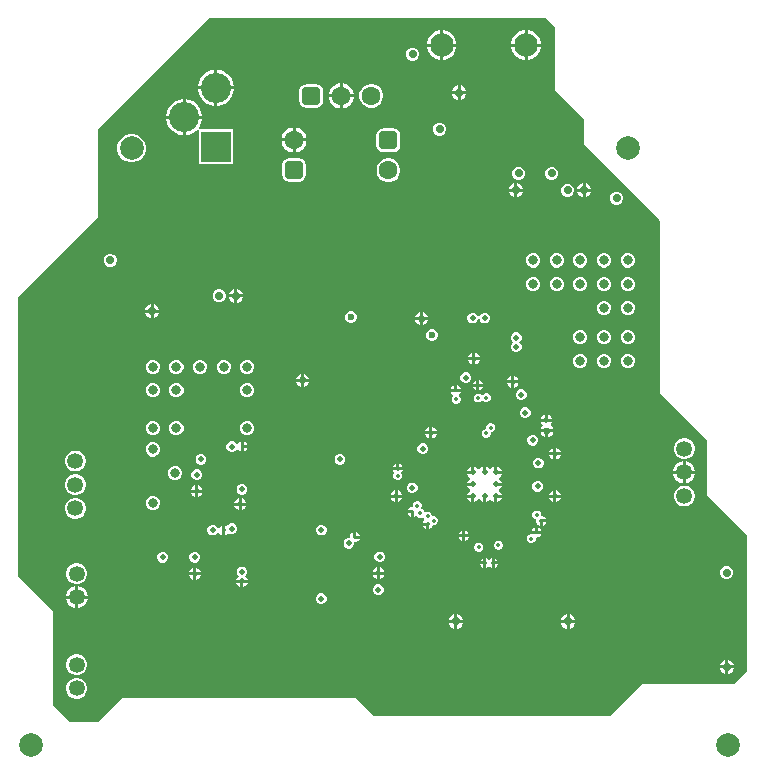
<source format=gbr>
G04*
G04 #@! TF.GenerationSoftware,Altium Limited,Altium Designer,23.8.1 (32)*
G04*
G04 Layer_Physical_Order=3*
G04 Layer_Color=36540*
%FSLAX44Y44*%
%MOMM*%
G71*
G04*
G04 #@! TF.SameCoordinates,B1DDD4D6-6927-4A11-B6FF-346F9E1F7E25*
G04*
G04*
G04 #@! TF.FilePolarity,Positive*
G04*
G01*
G75*
%ADD78C,1.3500*%
%ADD79C,1.9950*%
G04:AMPARAMS|DCode=80|XSize=1.6mm|YSize=1.6mm|CornerRadius=0.4mm|HoleSize=0mm|Usage=FLASHONLY|Rotation=90.000|XOffset=0mm|YOffset=0mm|HoleType=Round|Shape=RoundedRectangle|*
%AMROUNDEDRECTD80*
21,1,1.6000,0.8000,0,0,90.0*
21,1,0.8000,1.6000,0,0,90.0*
1,1,0.8000,0.4000,0.4000*
1,1,0.8000,0.4000,-0.4000*
1,1,0.8000,-0.4000,-0.4000*
1,1,0.8000,-0.4000,0.4000*
%
%ADD80ROUNDEDRECTD80*%
%ADD81C,1.6000*%
%ADD82C,2.0000*%
%ADD83R,2.5500X2.5500*%
%ADD84C,2.5500*%
G04:AMPARAMS|DCode=85|XSize=1.6mm|YSize=1.6mm|CornerRadius=0.4mm|HoleSize=0mm|Usage=FLASHONLY|Rotation=0.000|XOffset=0mm|YOffset=0mm|HoleType=Round|Shape=RoundedRectangle|*
%AMROUNDEDRECTD85*
21,1,1.6000,0.8000,0,0,0.0*
21,1,0.8000,1.6000,0,0,0.0*
1,1,0.8000,0.4000,-0.4000*
1,1,0.8000,-0.4000,-0.4000*
1,1,0.8000,-0.4000,0.4000*
1,1,0.8000,0.4000,0.4000*
%
%ADD85ROUNDEDRECTD85*%
%ADD86C,0.7000*%
%ADD87C,0.8000*%
%ADD88C,0.3500*%
%ADD89C,0.5000*%
%ADD90C,0.6000*%
G36*
X473710Y637540D02*
Y584200D01*
X497840Y560070D01*
Y538306D01*
X562610Y473536D01*
Y327660D01*
X601980Y288290D01*
Y241300D01*
X636270Y207010D01*
Y92710D01*
X624840Y81280D01*
X547370D01*
X520700Y54610D01*
X320040D01*
X304800Y69850D01*
X106680D01*
X86360Y49530D01*
X62230D01*
X48260Y63500D01*
Y143510D01*
X19050Y172720D01*
Y408940D01*
X86360Y476250D01*
Y551180D01*
X180340Y645160D01*
X466090D01*
X473710Y637540D01*
D02*
G37*
%LPC*%
G36*
X450748Y634945D02*
X450370D01*
Y623700D01*
X461615D01*
Y624078D01*
X460762Y627261D01*
X459115Y630114D01*
X456785Y632444D01*
X453931Y634092D01*
X450748Y634945D01*
D02*
G37*
G36*
X379248D02*
X378870D01*
Y623700D01*
X390115D01*
Y624078D01*
X389262Y627261D01*
X387615Y630114D01*
X385285Y632444D01*
X382431Y634092D01*
X379248Y634945D01*
D02*
G37*
G36*
X447830D02*
X447453D01*
X444269Y634092D01*
X441416Y632444D01*
X439086Y630114D01*
X437438Y627261D01*
X436585Y624078D01*
Y623700D01*
X447830D01*
Y634945D01*
D02*
G37*
G36*
X376330D02*
X375952D01*
X372770Y634092D01*
X369916Y632444D01*
X367586Y630114D01*
X365938Y627261D01*
X365085Y624078D01*
Y623700D01*
X376330D01*
Y634945D01*
D02*
G37*
G36*
X461615Y621160D02*
X450370D01*
Y609915D01*
X450748D01*
X453931Y610768D01*
X456785Y612416D01*
X459115Y614746D01*
X460762Y617599D01*
X461615Y620782D01*
Y621160D01*
D02*
G37*
G36*
X447830D02*
X436585D01*
Y620782D01*
X437438Y617599D01*
X439086Y614746D01*
X441416Y612416D01*
X444269Y610768D01*
X447453Y609915D01*
X447830D01*
Y621160D01*
D02*
G37*
G36*
X390115D02*
X378870D01*
Y609915D01*
X379248D01*
X382431Y610768D01*
X385285Y612416D01*
X387615Y614746D01*
X389262Y617599D01*
X390115Y620782D01*
Y621160D01*
D02*
G37*
G36*
X376330D02*
X365085D01*
Y620782D01*
X365938Y617599D01*
X367586Y614746D01*
X369916Y612416D01*
X372770Y610768D01*
X375952Y609915D01*
X376330D01*
Y621160D01*
D02*
G37*
G36*
X354156Y620182D02*
X351968D01*
X349947Y619345D01*
X348400Y617798D01*
X347562Y615776D01*
Y613588D01*
X348400Y611567D01*
X349947Y610019D01*
X351968Y609182D01*
X354156D01*
X356178Y610019D01*
X357725Y611567D01*
X358562Y613588D01*
Y615776D01*
X357725Y617798D01*
X356178Y619345D01*
X354156Y620182D01*
D02*
G37*
G36*
X187956Y601510D02*
X187720D01*
Y587490D01*
X201740D01*
Y587726D01*
X201152Y590680D01*
X200000Y593462D01*
X198327Y595967D01*
X196197Y598096D01*
X193693Y599770D01*
X190910Y600922D01*
X187956Y601510D01*
D02*
G37*
G36*
X185180D02*
X184944D01*
X181990Y600922D01*
X179208Y599770D01*
X176703Y598096D01*
X174574Y595967D01*
X172900Y593462D01*
X171748Y590680D01*
X171160Y587726D01*
Y587490D01*
X185180D01*
Y601510D01*
D02*
G37*
G36*
X393598Y588191D02*
Y583450D01*
X398339D01*
X397448Y585601D01*
X395749Y587300D01*
X393598Y588191D01*
D02*
G37*
G36*
X391058D02*
X388906Y587300D01*
X387207Y585601D01*
X386316Y583450D01*
X391058D01*
Y588191D01*
D02*
G37*
G36*
X293948Y589860D02*
X293830D01*
Y580590D01*
X303100D01*
Y580708D01*
X302382Y583388D01*
X300994Y585792D01*
X299032Y587754D01*
X296628Y589142D01*
X293948Y589860D01*
D02*
G37*
G36*
X291290D02*
X291173D01*
X288492Y589142D01*
X286088Y587754D01*
X284126Y585792D01*
X282738Y583388D01*
X282020Y580708D01*
Y580590D01*
X291290D01*
Y589860D01*
D02*
G37*
G36*
X398339Y580910D02*
X393598D01*
Y576168D01*
X395749Y577060D01*
X397448Y578759D01*
X398339Y580910D01*
D02*
G37*
G36*
X391058D02*
X386316D01*
X387207Y578759D01*
X388906Y577060D01*
X391058Y576168D01*
Y580910D01*
D02*
G37*
G36*
X201740Y584950D02*
X187720D01*
Y570930D01*
X187956D01*
X190910Y571517D01*
X193693Y572670D01*
X196197Y574343D01*
X198327Y576473D01*
X200000Y578977D01*
X201152Y581760D01*
X201740Y584714D01*
Y584950D01*
D02*
G37*
G36*
X185180D02*
X171160D01*
Y584714D01*
X171748Y581760D01*
X172900Y578977D01*
X174574Y576473D01*
X176703Y574343D01*
X179208Y572670D01*
X181990Y571517D01*
X184944Y570930D01*
X185180D01*
Y584950D01*
D02*
G37*
G36*
X319277Y589320D02*
X316644D01*
X314100Y588638D01*
X311820Y587322D01*
X309958Y585460D01*
X308642Y583180D01*
X307960Y580636D01*
Y578003D01*
X308642Y575460D01*
X309958Y573180D01*
X311820Y571318D01*
X314100Y570001D01*
X316644Y569320D01*
X319277D01*
X321820Y570001D01*
X324100Y571318D01*
X325962Y573180D01*
X327279Y575460D01*
X327960Y578003D01*
Y580636D01*
X327279Y583180D01*
X325962Y585460D01*
X324100Y587322D01*
X321820Y588638D01*
X319277Y589320D01*
D02*
G37*
G36*
X271160Y589437D02*
X263160D01*
X260819Y588972D01*
X258834Y587646D01*
X257508Y585661D01*
X257043Y583320D01*
Y575320D01*
X257508Y572979D01*
X258834Y570994D01*
X260819Y569668D01*
X263160Y569202D01*
X271160D01*
X273501Y569668D01*
X275486Y570994D01*
X276812Y572979D01*
X277278Y575320D01*
Y583320D01*
X276812Y585661D01*
X275486Y587646D01*
X273501Y588972D01*
X271160Y589437D01*
D02*
G37*
G36*
X303100Y578050D02*
X293830D01*
Y568780D01*
X293948D01*
X296628Y569498D01*
X299032Y570886D01*
X300994Y572848D01*
X302382Y575252D01*
X303100Y577932D01*
Y578050D01*
D02*
G37*
G36*
X291290D02*
X282020D01*
Y577932D01*
X282738Y575252D01*
X284126Y572848D01*
X286088Y570886D01*
X288492Y569498D01*
X291173Y568780D01*
X291290D01*
Y578050D01*
D02*
G37*
G36*
X160956Y576510D02*
X160720D01*
Y562490D01*
X174740D01*
Y562726D01*
X174153Y565680D01*
X173000Y568462D01*
X171327Y570967D01*
X169197Y573096D01*
X166693Y574770D01*
X163910Y575922D01*
X160956Y576510D01*
D02*
G37*
G36*
X158180D02*
X157944D01*
X154990Y575922D01*
X152208Y574770D01*
X149703Y573096D01*
X147574Y570967D01*
X145900Y568462D01*
X144748Y565680D01*
X144160Y562726D01*
Y562490D01*
X158180D01*
Y576510D01*
D02*
G37*
G36*
Y559950D02*
X144160D01*
Y559714D01*
X144748Y556760D01*
X145900Y553977D01*
X147574Y551473D01*
X149703Y549343D01*
X152208Y547670D01*
X154990Y546517D01*
X157944Y545930D01*
X158180D01*
Y559950D01*
D02*
G37*
G36*
X377016Y556682D02*
X374828D01*
X372807Y555845D01*
X371259Y554298D01*
X370422Y552276D01*
Y550088D01*
X371259Y548067D01*
X372807Y546520D01*
X374828Y545682D01*
X377016D01*
X379038Y546520D01*
X380585Y548067D01*
X381422Y550088D01*
Y552276D01*
X380585Y554298D01*
X379038Y555845D01*
X377016Y556682D01*
D02*
G37*
G36*
X253948Y552560D02*
X253830D01*
Y543290D01*
X263100D01*
Y543408D01*
X262382Y546088D01*
X260994Y548492D01*
X259032Y550454D01*
X256628Y551842D01*
X253948Y552560D01*
D02*
G37*
G36*
X251290D02*
X251173D01*
X248492Y551842D01*
X246088Y550454D01*
X244126Y548492D01*
X242738Y546088D01*
X242020Y543408D01*
Y543290D01*
X251290D01*
Y552560D01*
D02*
G37*
G36*
X336500Y551888D02*
X328500D01*
X326159Y551422D01*
X324174Y550096D01*
X322848Y548111D01*
X322383Y545770D01*
Y537770D01*
X322848Y535429D01*
X324174Y533444D01*
X326159Y532118D01*
X328500Y531652D01*
X336500D01*
X338841Y532118D01*
X340826Y533444D01*
X342152Y535429D01*
X342618Y537770D01*
Y545770D01*
X342152Y548111D01*
X340826Y550096D01*
X338841Y551422D01*
X336500Y551888D01*
D02*
G37*
G36*
X263100Y540750D02*
X253830D01*
Y531480D01*
X253948D01*
X256628Y532198D01*
X259032Y533586D01*
X260994Y535548D01*
X262382Y537952D01*
X263100Y540632D01*
Y540750D01*
D02*
G37*
G36*
X251290D02*
X242020D01*
Y540632D01*
X242738Y537952D01*
X244126Y535548D01*
X246088Y533586D01*
X248492Y532198D01*
X251173Y531480D01*
X251290D01*
Y540750D01*
D02*
G37*
G36*
X116580Y547000D02*
X113420D01*
X110368Y546182D01*
X107632Y544602D01*
X105398Y542368D01*
X103818Y539632D01*
X103000Y536580D01*
Y533420D01*
X103818Y530368D01*
X105398Y527632D01*
X107632Y525398D01*
X110368Y523818D01*
X113420Y523000D01*
X116580D01*
X119632Y523818D01*
X122368Y525398D01*
X124602Y527632D01*
X126182Y530368D01*
X127000Y533420D01*
Y536580D01*
X126182Y539632D01*
X124602Y542368D01*
X122368Y544602D01*
X119632Y546182D01*
X116580Y547000D01*
D02*
G37*
G36*
X174740Y559950D02*
X160720D01*
Y545930D01*
X160956D01*
X163910Y546517D01*
X166693Y547670D01*
X169197Y549343D01*
X170430Y550577D01*
X171700Y550051D01*
Y521470D01*
X201200D01*
Y550970D01*
X172518D01*
X171839Y552240D01*
X173000Y553977D01*
X174153Y556760D01*
X174740Y559714D01*
Y559950D01*
D02*
G37*
G36*
X443916Y519302D02*
X441728D01*
X439707Y518465D01*
X438160Y516918D01*
X437322Y514896D01*
Y512708D01*
X438160Y510687D01*
X439707Y509139D01*
X441728Y508302D01*
X443916D01*
X445938Y509139D01*
X447485Y510687D01*
X448322Y512708D01*
Y514896D01*
X447485Y516918D01*
X445938Y518465D01*
X443916Y519302D01*
D02*
G37*
G36*
X471912Y519298D02*
X469724D01*
X467702Y518461D01*
X466155Y516913D01*
X465318Y514892D01*
Y512704D01*
X466155Y510682D01*
X467702Y509135D01*
X469724Y508298D01*
X471912D01*
X473933Y509135D01*
X475481Y510682D01*
X476318Y512704D01*
Y514892D01*
X475481Y516913D01*
X473933Y518461D01*
X471912Y519298D01*
D02*
G37*
G36*
X256560Y526738D02*
X248560D01*
X246219Y526272D01*
X244234Y524946D01*
X242908Y522961D01*
X242443Y520620D01*
Y512620D01*
X242908Y510279D01*
X244234Y508294D01*
X246219Y506968D01*
X248560Y506502D01*
X256560D01*
X258901Y506968D01*
X260886Y508294D01*
X262212Y510279D01*
X262678Y512620D01*
Y520620D01*
X262212Y522961D01*
X260886Y524946D01*
X258901Y526272D01*
X256560Y526738D01*
D02*
G37*
G36*
X333817Y526370D02*
X331184D01*
X328640Y525688D01*
X326360Y524372D01*
X324498Y522510D01*
X323182Y520230D01*
X322500Y517687D01*
Y515053D01*
X323182Y512510D01*
X324498Y510230D01*
X326360Y508368D01*
X328640Y507051D01*
X331184Y506370D01*
X333817D01*
X336360Y507051D01*
X338640Y508368D01*
X340502Y510230D01*
X341819Y512510D01*
X342500Y515053D01*
Y517687D01*
X341819Y520230D01*
X340502Y522510D01*
X338640Y524372D01*
X336360Y525688D01*
X333817Y526370D01*
D02*
G37*
G36*
X499600Y505522D02*
Y500780D01*
X504342D01*
X503451Y502931D01*
X501752Y504630D01*
X499600Y505522D01*
D02*
G37*
G36*
X497060D02*
X494909Y504630D01*
X493210Y502931D01*
X492318Y500780D01*
X497060D01*
Y505522D01*
D02*
G37*
G36*
X441492Y505519D02*
Y500778D01*
X446234D01*
X445343Y502929D01*
X443644Y504628D01*
X441492Y505519D01*
D02*
G37*
G36*
X438952D02*
X436801Y504628D01*
X435102Y502929D01*
X434211Y500778D01*
X438952D01*
Y505519D01*
D02*
G37*
G36*
X485404Y505010D02*
X483216D01*
X481195Y504173D01*
X479647Y502625D01*
X478810Y500604D01*
Y498416D01*
X479647Y496394D01*
X481195Y494847D01*
X483216Y494010D01*
X485404D01*
X487426Y494847D01*
X488973Y496394D01*
X489810Y498416D01*
Y500604D01*
X488973Y502625D01*
X487426Y504173D01*
X485404Y505010D01*
D02*
G37*
G36*
X504342Y498240D02*
X499600D01*
Y493498D01*
X501752Y494389D01*
X503451Y496088D01*
X504342Y498240D01*
D02*
G37*
G36*
X497060D02*
X492318D01*
X493210Y496088D01*
X494909Y494389D01*
X497060Y493498D01*
Y498240D01*
D02*
G37*
G36*
X446234Y498238D02*
X441492D01*
Y493496D01*
X443644Y494387D01*
X445343Y496086D01*
X446234Y498238D01*
D02*
G37*
G36*
X438952D02*
X434211D01*
X435102Y496086D01*
X436801Y494387D01*
X438952Y493496D01*
Y498238D01*
D02*
G37*
G36*
X526874Y498260D02*
X524686D01*
X522664Y497423D01*
X521117Y495876D01*
X520280Y493854D01*
Y491666D01*
X521117Y489645D01*
X522664Y488097D01*
X524686Y487260D01*
X526874D01*
X528895Y488097D01*
X530443Y489645D01*
X531280Y491666D01*
Y493854D01*
X530443Y495876D01*
X528895Y497423D01*
X526874Y498260D01*
D02*
G37*
G36*
X97984Y445820D02*
X95796D01*
X93775Y444983D01*
X92227Y443435D01*
X91390Y441414D01*
Y439226D01*
X92227Y437205D01*
X93775Y435657D01*
X95796Y434820D01*
X97984D01*
X100006Y435657D01*
X101553Y437205D01*
X102390Y439226D01*
Y441414D01*
X101553Y443435D01*
X100006Y444983D01*
X97984Y445820D01*
D02*
G37*
G36*
X536194Y446000D02*
X533806D01*
X531601Y445087D01*
X529913Y443399D01*
X529000Y441194D01*
Y438806D01*
X529913Y436601D01*
X531601Y434913D01*
X533806Y434000D01*
X536194D01*
X538399Y434913D01*
X540087Y436601D01*
X541000Y438806D01*
Y441194D01*
X540087Y443399D01*
X538399Y445087D01*
X536194Y446000D01*
D02*
G37*
G36*
X516194D02*
X513806D01*
X511601Y445087D01*
X509913Y443399D01*
X509000Y441194D01*
Y438806D01*
X509913Y436601D01*
X511601Y434913D01*
X513806Y434000D01*
X516194D01*
X518399Y434913D01*
X520087Y436601D01*
X521000Y438806D01*
Y441194D01*
X520087Y443399D01*
X518399Y445087D01*
X516194Y446000D01*
D02*
G37*
G36*
X496194D02*
X493806D01*
X491601Y445087D01*
X489913Y443399D01*
X489000Y441194D01*
Y438806D01*
X489913Y436601D01*
X491601Y434913D01*
X493806Y434000D01*
X496194D01*
X498399Y434913D01*
X500087Y436601D01*
X501000Y438806D01*
Y441194D01*
X500087Y443399D01*
X498399Y445087D01*
X496194Y446000D01*
D02*
G37*
G36*
X476194D02*
X473806D01*
X471601Y445087D01*
X469913Y443399D01*
X469000Y441194D01*
Y438806D01*
X469913Y436601D01*
X471601Y434913D01*
X473806Y434000D01*
X476194D01*
X478399Y434913D01*
X480087Y436601D01*
X481000Y438806D01*
Y441194D01*
X480087Y443399D01*
X478399Y445087D01*
X476194Y446000D01*
D02*
G37*
G36*
X456194D02*
X453806D01*
X451601Y445087D01*
X449913Y443399D01*
X449000Y441194D01*
Y438806D01*
X449913Y436601D01*
X451601Y434913D01*
X453806Y434000D01*
X456194D01*
X458399Y434913D01*
X460087Y436601D01*
X461000Y438806D01*
Y441194D01*
X460087Y443399D01*
X458399Y445087D01*
X456194Y446000D01*
D02*
G37*
G36*
X536194Y426000D02*
X533806D01*
X531601Y425087D01*
X529913Y423399D01*
X529000Y421194D01*
Y418806D01*
X529913Y416601D01*
X531601Y414913D01*
X533806Y414000D01*
X536194D01*
X538399Y414913D01*
X540087Y416601D01*
X541000Y418806D01*
Y421194D01*
X540087Y423399D01*
X538399Y425087D01*
X536194Y426000D01*
D02*
G37*
G36*
X516194D02*
X513806D01*
X511601Y425087D01*
X509913Y423399D01*
X509000Y421194D01*
Y418806D01*
X509913Y416601D01*
X511601Y414913D01*
X513806Y414000D01*
X516194D01*
X518399Y414913D01*
X520087Y416601D01*
X521000Y418806D01*
Y421194D01*
X520087Y423399D01*
X518399Y425087D01*
X516194Y426000D01*
D02*
G37*
G36*
X496194D02*
X493806D01*
X491601Y425087D01*
X489913Y423399D01*
X489000Y421194D01*
Y418806D01*
X489913Y416601D01*
X491601Y414913D01*
X493806Y414000D01*
X496194D01*
X498399Y414913D01*
X500087Y416601D01*
X501000Y418806D01*
Y421194D01*
X500087Y423399D01*
X498399Y425087D01*
X496194Y426000D01*
D02*
G37*
G36*
X476194D02*
X473806D01*
X471601Y425087D01*
X469913Y423399D01*
X469000Y421194D01*
Y418806D01*
X469913Y416601D01*
X471601Y414913D01*
X473806Y414000D01*
X476194D01*
X478399Y414913D01*
X480087Y416601D01*
X481000Y418806D01*
Y421194D01*
X480087Y423399D01*
X478399Y425087D01*
X476194Y426000D01*
D02*
G37*
G36*
X456194D02*
X453806D01*
X451601Y425087D01*
X449913Y423399D01*
X449000Y421194D01*
Y418806D01*
X449913Y416601D01*
X451601Y414913D01*
X453806Y414000D01*
X456194D01*
X458399Y414913D01*
X460087Y416601D01*
X461000Y418806D01*
Y421194D01*
X460087Y423399D01*
X458399Y425087D01*
X456194Y426000D01*
D02*
G37*
G36*
X204360Y416031D02*
Y411290D01*
X209102D01*
X208211Y413441D01*
X206511Y415140D01*
X204360Y416031D01*
D02*
G37*
G36*
X201820D02*
X199669Y415140D01*
X197970Y413441D01*
X197078Y411290D01*
X201820D01*
Y416031D01*
D02*
G37*
G36*
X190166Y415518D02*
X187978D01*
X185957Y414680D01*
X184410Y413133D01*
X183572Y411112D01*
Y408924D01*
X184410Y406902D01*
X185957Y405355D01*
X187978Y404518D01*
X190166D01*
X192188Y405355D01*
X193735Y406902D01*
X194572Y408924D01*
Y411112D01*
X193735Y413133D01*
X192188Y414680D01*
X190166Y415518D01*
D02*
G37*
G36*
X209102Y408750D02*
X204360D01*
Y404008D01*
X206511Y404899D01*
X208211Y406599D01*
X209102Y408750D01*
D02*
G37*
G36*
X201820D02*
X197078D01*
X197970Y406599D01*
X199669Y404899D01*
X201820Y404008D01*
Y408750D01*
D02*
G37*
G36*
X133750Y403032D02*
Y398290D01*
X138492D01*
X137601Y400441D01*
X135901Y402140D01*
X133750Y403032D01*
D02*
G37*
G36*
X131210D02*
X129059Y402140D01*
X127360Y400441D01*
X126468Y398290D01*
X131210D01*
Y403032D01*
D02*
G37*
G36*
X536194Y406000D02*
X533806D01*
X531601Y405087D01*
X529913Y403399D01*
X529000Y401194D01*
Y398806D01*
X529913Y396601D01*
X531601Y394913D01*
X533806Y394000D01*
X536194D01*
X538399Y394913D01*
X540087Y396601D01*
X541000Y398806D01*
Y401194D01*
X540087Y403399D01*
X538399Y405087D01*
X536194Y406000D01*
D02*
G37*
G36*
X516194D02*
X513806D01*
X511601Y405087D01*
X509913Y403399D01*
X509000Y401194D01*
Y398806D01*
X509913Y396601D01*
X511601Y394913D01*
X513806Y394000D01*
X516194D01*
X518399Y394913D01*
X520087Y396601D01*
X521000Y398806D01*
Y401194D01*
X520087Y403399D01*
X518399Y405087D01*
X516194Y406000D01*
D02*
G37*
G36*
X414915Y395776D02*
X413125D01*
X411471Y395091D01*
X410205Y393825D01*
X409551Y392246D01*
X409203Y392190D01*
X408281Y392246D01*
X407675Y393709D01*
X406409Y394975D01*
X404755Y395660D01*
X402965D01*
X401311Y394975D01*
X400045Y393709D01*
X399360Y392055D01*
Y390265D01*
X400045Y388611D01*
X401311Y387345D01*
X402965Y386660D01*
X404755D01*
X406409Y387345D01*
X407675Y388611D01*
X408329Y390190D01*
X408677Y390246D01*
X409599Y390190D01*
X410205Y388727D01*
X411471Y387461D01*
X413125Y386776D01*
X414915D01*
X416569Y387461D01*
X417835Y388727D01*
X418520Y390381D01*
Y392171D01*
X417835Y393825D01*
X416569Y395091D01*
X414915Y395776D01*
D02*
G37*
G36*
X361962Y396025D02*
Y391824D01*
X366162D01*
X365388Y393693D01*
X363830Y395251D01*
X361962Y396025D01*
D02*
G37*
G36*
X359422D02*
X357553Y395251D01*
X355995Y393693D01*
X355221Y391824D01*
X359422D01*
Y396025D01*
D02*
G37*
G36*
X138492Y395750D02*
X133750D01*
Y391008D01*
X135901Y391899D01*
X137601Y393599D01*
X138492Y395750D01*
D02*
G37*
G36*
X131210D02*
X126468D01*
X127360Y393599D01*
X129059Y391899D01*
X131210Y391008D01*
Y395750D01*
D02*
G37*
G36*
X301732Y396910D02*
X299743D01*
X297905Y396149D01*
X296498Y394742D01*
X295737Y392905D01*
Y390915D01*
X296498Y389078D01*
X297905Y387671D01*
X299743Y386910D01*
X301732D01*
X303569Y387671D01*
X304976Y389078D01*
X305737Y390915D01*
Y392905D01*
X304976Y394742D01*
X303569Y396149D01*
X301732Y396910D01*
D02*
G37*
G36*
X366162Y389285D02*
X361962D01*
Y385084D01*
X363830Y385858D01*
X365388Y387416D01*
X366162Y389285D01*
D02*
G37*
G36*
X359422D02*
X355221D01*
X355995Y387416D01*
X357553Y385858D01*
X359422Y385084D01*
Y389285D01*
D02*
G37*
G36*
X370325Y381670D02*
X368336D01*
X366498Y380909D01*
X365091Y379502D01*
X364330Y377664D01*
Y375675D01*
X365091Y373838D01*
X366498Y372431D01*
X368336Y371670D01*
X370325D01*
X372162Y372431D01*
X373569Y373838D01*
X374330Y375675D01*
Y377664D01*
X373569Y379502D01*
X372162Y380909D01*
X370325Y381670D01*
D02*
G37*
G36*
X536194Y381000D02*
X533806D01*
X531601Y380087D01*
X529913Y378399D01*
X529000Y376194D01*
Y373806D01*
X529913Y371601D01*
X531601Y369913D01*
X533806Y369000D01*
X536194D01*
X538399Y369913D01*
X540087Y371601D01*
X541000Y373806D01*
Y376194D01*
X540087Y378399D01*
X538399Y380087D01*
X536194Y381000D01*
D02*
G37*
G36*
X516194D02*
X513806D01*
X511601Y380087D01*
X509913Y378399D01*
X509000Y376194D01*
Y373806D01*
X509913Y371601D01*
X511601Y369913D01*
X513806Y369000D01*
X516194D01*
X518399Y369913D01*
X520087Y371601D01*
X521000Y373806D01*
Y376194D01*
X520087Y378399D01*
X518399Y380087D01*
X516194Y381000D01*
D02*
G37*
G36*
X496194D02*
X493806D01*
X491601Y380087D01*
X489913Y378399D01*
X489000Y376194D01*
Y373806D01*
X489913Y371601D01*
X491601Y369913D01*
X493806Y369000D01*
X496194D01*
X498399Y369913D01*
X500087Y371601D01*
X501000Y373806D01*
Y376194D01*
X500087Y378399D01*
X498399Y380087D01*
X496194Y381000D01*
D02*
G37*
G36*
X441585Y379150D02*
X439795D01*
X438141Y378465D01*
X436875Y377199D01*
X436190Y375545D01*
Y373755D01*
X436875Y372101D01*
X438136Y370840D01*
X436875Y369579D01*
X436190Y367925D01*
Y366135D01*
X436875Y364481D01*
X438141Y363215D01*
X439795Y362530D01*
X441585D01*
X443239Y363215D01*
X444505Y364481D01*
X445190Y366135D01*
Y367925D01*
X444505Y369579D01*
X443244Y370840D01*
X444505Y372101D01*
X445190Y373755D01*
Y375545D01*
X444505Y377199D01*
X443239Y378465D01*
X441585Y379150D01*
D02*
G37*
G36*
X406160Y361929D02*
Y358270D01*
X409819D01*
X409163Y359855D01*
X407745Y361273D01*
X406160Y361929D01*
D02*
G37*
G36*
X403620D02*
X402035Y361273D01*
X400617Y359855D01*
X399961Y358270D01*
X403620D01*
Y361929D01*
D02*
G37*
G36*
X409819Y355730D02*
X406160D01*
Y352071D01*
X407745Y352727D01*
X409163Y354145D01*
X409819Y355730D01*
D02*
G37*
G36*
X403620D02*
X399961D01*
X400617Y354145D01*
X402035Y352727D01*
X403620Y352071D01*
Y355730D01*
D02*
G37*
G36*
X536194Y361000D02*
X533806D01*
X531601Y360087D01*
X529913Y358399D01*
X529000Y356194D01*
Y353806D01*
X529913Y351601D01*
X531601Y349913D01*
X533806Y349000D01*
X536194D01*
X538399Y349913D01*
X540087Y351601D01*
X541000Y353806D01*
Y356194D01*
X540087Y358399D01*
X538399Y360087D01*
X536194Y361000D01*
D02*
G37*
G36*
X516194D02*
X513806D01*
X511601Y360087D01*
X509913Y358399D01*
X509000Y356194D01*
Y353806D01*
X509913Y351601D01*
X511601Y349913D01*
X513806Y349000D01*
X516194D01*
X518399Y349913D01*
X520087Y351601D01*
X521000Y353806D01*
Y356194D01*
X520087Y358399D01*
X518399Y360087D01*
X516194Y361000D01*
D02*
G37*
G36*
X496194D02*
X493806D01*
X491601Y360087D01*
X489913Y358399D01*
X489000Y356194D01*
Y353806D01*
X489913Y351601D01*
X491601Y349913D01*
X493806Y349000D01*
X496194D01*
X498399Y349913D01*
X500087Y351601D01*
X501000Y353806D01*
Y356194D01*
X500087Y358399D01*
X498399Y360087D01*
X496194Y361000D01*
D02*
G37*
G36*
X214193Y356000D02*
X211807D01*
X209601Y355087D01*
X207913Y353399D01*
X207000Y351194D01*
Y348806D01*
X207913Y346601D01*
X209601Y344913D01*
X211807Y344000D01*
X214193D01*
X216399Y344913D01*
X218087Y346601D01*
X219000Y348806D01*
Y351194D01*
X218087Y353399D01*
X216399Y355087D01*
X214193Y356000D01*
D02*
G37*
G36*
X194193D02*
X191807D01*
X189601Y355087D01*
X187913Y353399D01*
X187000Y351194D01*
Y348806D01*
X187913Y346601D01*
X189601Y344913D01*
X191807Y344000D01*
X194193D01*
X196399Y344913D01*
X198086Y346601D01*
X199000Y348806D01*
Y351194D01*
X198086Y353399D01*
X196399Y355087D01*
X194193Y356000D01*
D02*
G37*
G36*
X174193D02*
X171807D01*
X169601Y355087D01*
X167913Y353399D01*
X167000Y351194D01*
Y348806D01*
X167913Y346601D01*
X169601Y344913D01*
X171807Y344000D01*
X174193D01*
X176399Y344913D01*
X178087Y346601D01*
X179000Y348806D01*
Y351194D01*
X178087Y353399D01*
X176399Y355087D01*
X174193Y356000D01*
D02*
G37*
G36*
X154193D02*
X151806D01*
X149601Y355087D01*
X147913Y353399D01*
X147000Y351194D01*
Y348806D01*
X147913Y346601D01*
X149601Y344913D01*
X151806Y344000D01*
X154193D01*
X156399Y344913D01*
X158087Y346601D01*
X159000Y348806D01*
Y351194D01*
X158087Y353399D01*
X156399Y355087D01*
X154193Y356000D01*
D02*
G37*
G36*
X134193D02*
X131806D01*
X129601Y355087D01*
X127913Y353399D01*
X127000Y351194D01*
Y348806D01*
X127913Y346601D01*
X129601Y344913D01*
X131806Y344000D01*
X134193D01*
X136399Y344913D01*
X138087Y346601D01*
X139000Y348806D01*
Y351194D01*
X138087Y353399D01*
X136399Y355087D01*
X134193Y356000D01*
D02*
G37*
G36*
X261243Y344040D02*
Y339840D01*
X265444D01*
X264670Y341708D01*
X263111Y343266D01*
X261243Y344040D01*
D02*
G37*
G36*
X258703D02*
X256835Y343266D01*
X255277Y341708D01*
X254503Y339840D01*
X258703D01*
Y344040D01*
D02*
G37*
G36*
X438890Y342279D02*
Y338620D01*
X442549D01*
X441893Y340205D01*
X440475Y341623D01*
X438890Y342279D01*
D02*
G37*
G36*
X436350D02*
X434765Y341623D01*
X433347Y340205D01*
X432691Y338620D01*
X436350D01*
Y342279D01*
D02*
G37*
G36*
X398785Y345300D02*
X396995D01*
X395341Y344615D01*
X394075Y343349D01*
X393390Y341695D01*
Y339905D01*
X394075Y338251D01*
X395341Y336985D01*
X396995Y336300D01*
X398785D01*
X400439Y336985D01*
X401705Y338251D01*
X402390Y339905D01*
Y341695D01*
X401705Y343349D01*
X400439Y344615D01*
X398785Y345300D01*
D02*
G37*
G36*
X409509Y338405D02*
Y335558D01*
X412356D01*
X411876Y336718D01*
X410669Y337924D01*
X409509Y338405D01*
D02*
G37*
G36*
X406969D02*
X405809Y337924D01*
X404602Y336718D01*
X404121Y335558D01*
X406969D01*
Y338405D01*
D02*
G37*
G36*
X265444Y337300D02*
X261243D01*
Y333100D01*
X263111Y333873D01*
X264670Y335432D01*
X265444Y337300D01*
D02*
G37*
G36*
X258703D02*
X254503D01*
X255277Y335432D01*
X256835Y333873D01*
X258703Y333100D01*
Y337300D01*
D02*
G37*
G36*
X442549Y336080D02*
X438890D01*
Y332421D01*
X440475Y333077D01*
X441893Y334495D01*
X442549Y336080D01*
D02*
G37*
G36*
X436350D02*
X432691D01*
X433347Y334495D01*
X434765Y333077D01*
X436350Y332421D01*
Y336080D01*
D02*
G37*
G36*
X390710Y334257D02*
Y331410D01*
X393557D01*
X393077Y332570D01*
X391870Y333777D01*
X390710Y334257D01*
D02*
G37*
G36*
X388170D02*
X387010Y333777D01*
X385803Y332570D01*
X385323Y331410D01*
X388170D01*
Y334257D01*
D02*
G37*
G36*
X412356Y333018D02*
X409509D01*
Y330170D01*
X410669Y330651D01*
X411876Y331858D01*
X412356Y333018D01*
D02*
G37*
G36*
X406969D02*
X404121D01*
X404602Y331858D01*
X405809Y330651D01*
X406969Y330170D01*
Y333018D01*
D02*
G37*
G36*
X416036Y327600D02*
X414544D01*
X413166Y327029D01*
X412565Y326428D01*
X412056Y325994D01*
X410919Y326415D01*
X410614Y326719D01*
X409236Y327290D01*
X407744D01*
X406366Y326719D01*
X405311Y325664D01*
X404740Y324286D01*
Y322794D01*
X405311Y321416D01*
X406366Y320361D01*
X407744Y319790D01*
X409236D01*
X410614Y320361D01*
X411215Y320962D01*
X411724Y321396D01*
X412861Y320975D01*
X413166Y320671D01*
X414544Y320100D01*
X416036D01*
X417414Y320671D01*
X418469Y321726D01*
X419040Y323104D01*
Y324596D01*
X418469Y325974D01*
X417414Y327029D01*
X416036Y327600D01*
D02*
G37*
G36*
X214193Y336000D02*
X211807D01*
X209601Y335087D01*
X207913Y333399D01*
X207000Y331194D01*
Y328806D01*
X207913Y326601D01*
X209601Y324913D01*
X211807Y324000D01*
X214193D01*
X216399Y324913D01*
X218087Y326601D01*
X219000Y328806D01*
Y331194D01*
X218087Y333399D01*
X216399Y335087D01*
X214193Y336000D01*
D02*
G37*
G36*
X154193D02*
X151806D01*
X149601Y335087D01*
X147913Y333399D01*
X147000Y331194D01*
Y328806D01*
X147913Y326601D01*
X149601Y324913D01*
X151806Y324000D01*
X154193D01*
X156399Y324913D01*
X158087Y326601D01*
X159000Y328806D01*
Y331194D01*
X158087Y333399D01*
X156399Y335087D01*
X154193Y336000D01*
D02*
G37*
G36*
X134193D02*
X131806D01*
X129601Y335087D01*
X127913Y333399D01*
X127000Y331194D01*
Y328806D01*
X127913Y326601D01*
X129601Y324913D01*
X131806Y324000D01*
X134193D01*
X136399Y324913D01*
X138087Y326601D01*
X139000Y328806D01*
Y331194D01*
X138087Y333399D01*
X136399Y335087D01*
X134193Y336000D01*
D02*
G37*
G36*
X445938Y330771D02*
X444148D01*
X442494Y330086D01*
X441228Y328820D01*
X440543Y327166D01*
Y325376D01*
X441228Y323722D01*
X442494Y322456D01*
X444148Y321771D01*
X445938D01*
X447592Y322456D01*
X448858Y323722D01*
X449543Y325376D01*
Y327166D01*
X448858Y328820D01*
X447592Y330086D01*
X445938Y330771D01*
D02*
G37*
G36*
X393557Y328870D02*
X385323D01*
X385803Y327710D01*
X387010Y326503D01*
X387099Y325092D01*
X386711Y324704D01*
X386140Y323326D01*
Y321834D01*
X386711Y320456D01*
X387766Y319401D01*
X389144Y318830D01*
X390636D01*
X392014Y319401D01*
X393069Y320456D01*
X393640Y321834D01*
Y323326D01*
X393069Y324704D01*
X392400Y325373D01*
X392091Y326033D01*
X392358Y326991D01*
X393077Y327710D01*
X393557Y328870D01*
D02*
G37*
G36*
X449205Y315650D02*
X447415D01*
X445761Y314965D01*
X444495Y313699D01*
X443810Y312045D01*
Y310255D01*
X444495Y308601D01*
X445761Y307335D01*
X447415Y306650D01*
X449205D01*
X450859Y307335D01*
X452125Y308601D01*
X452810Y310255D01*
Y312045D01*
X452125Y313699D01*
X450859Y314965D01*
X449205Y315650D01*
D02*
G37*
G36*
X467450Y309439D02*
Y305780D01*
X471109D01*
X470453Y307365D01*
X469035Y308783D01*
X467450Y309439D01*
D02*
G37*
G36*
X464910D02*
X463325Y308783D01*
X461907Y307365D01*
X461251Y305780D01*
X464910D01*
Y309439D01*
D02*
G37*
G36*
X471109Y303240D02*
X461251D01*
X461907Y301655D01*
X463269Y300294D01*
X462023Y299048D01*
X461250Y297180D01*
X472190D01*
X471417Y299048D01*
X469858Y300607D01*
X470423Y301606D01*
X470453Y301655D01*
X470453Y301655D01*
X471109Y303240D01*
D02*
G37*
G36*
X369620Y299189D02*
Y295530D01*
X373279D01*
X372623Y297115D01*
X371205Y298533D01*
X369620Y299189D01*
D02*
G37*
G36*
X367080D02*
X365495Y298533D01*
X364077Y297115D01*
X363421Y295530D01*
X367080D01*
Y299189D01*
D02*
G37*
G36*
X214193Y304000D02*
X211807D01*
X209601Y303086D01*
X207913Y301399D01*
X207000Y299193D01*
Y296807D01*
X207913Y294601D01*
X209601Y292913D01*
X211807Y292000D01*
X214193D01*
X216399Y292913D01*
X218087Y294601D01*
X219000Y296807D01*
Y299193D01*
X218087Y301399D01*
X216399Y303086D01*
X214193Y304000D01*
D02*
G37*
G36*
X154193D02*
X151806D01*
X149601Y303086D01*
X147913Y301399D01*
X147000Y299193D01*
Y296807D01*
X147913Y294601D01*
X149601Y292913D01*
X151806Y292000D01*
X154193D01*
X156399Y292913D01*
X158087Y294601D01*
X159000Y296807D01*
Y299193D01*
X158087Y301399D01*
X156399Y303086D01*
X154193Y304000D01*
D02*
G37*
G36*
X134193D02*
X131806D01*
X129601Y303086D01*
X127913Y301399D01*
X127000Y299193D01*
Y296807D01*
X127913Y294601D01*
X129601Y292913D01*
X131806Y292000D01*
X134193D01*
X136399Y292913D01*
X138087Y294601D01*
X139000Y296807D01*
Y299193D01*
X138087Y301399D01*
X136399Y303086D01*
X134193Y304000D01*
D02*
G37*
G36*
X472190Y294640D02*
X467990D01*
Y290440D01*
X469858Y291213D01*
X471417Y292772D01*
X472190Y294640D01*
D02*
G37*
G36*
X465450D02*
X461250D01*
X462023Y292772D01*
X463582Y291213D01*
X465450Y290440D01*
Y294640D01*
D02*
G37*
G36*
X419926Y302200D02*
X418434D01*
X417056Y301629D01*
X416001Y300574D01*
X415430Y299196D01*
Y297704D01*
X415250Y297435D01*
X414500D01*
X413121Y296864D01*
X412067Y295809D01*
X411496Y294431D01*
Y292939D01*
X412067Y291561D01*
X413121Y290506D01*
X414500Y289935D01*
X415992D01*
X417370Y290506D01*
X418425Y291561D01*
X418996Y292939D01*
Y294431D01*
X419175Y294700D01*
X419926D01*
X421304Y295271D01*
X422359Y296326D01*
X422930Y297704D01*
Y299196D01*
X422359Y300574D01*
X421304Y301629D01*
X419926Y302200D01*
D02*
G37*
G36*
X373279Y292990D02*
X369620D01*
Y289331D01*
X371205Y289987D01*
X372623Y291405D01*
X373279Y292990D01*
D02*
G37*
G36*
X367080D02*
X363421D01*
X364077Y291405D01*
X365495Y289987D01*
X367080Y289331D01*
Y292990D01*
D02*
G37*
G36*
X210230Y286843D02*
Y283995D01*
X213078D01*
X212597Y285155D01*
X211390Y286362D01*
X210230Y286843D01*
D02*
G37*
G36*
X455480Y292282D02*
X453689D01*
X452035Y291597D01*
X450770Y290331D01*
X450084Y288678D01*
Y286887D01*
X450770Y285233D01*
X452035Y283967D01*
X453689Y283282D01*
X455480D01*
X457134Y283967D01*
X458399Y285233D01*
X459085Y286887D01*
Y288678D01*
X458399Y290331D01*
X457134Y291597D01*
X455480Y292282D01*
D02*
G37*
G36*
X213078Y281455D02*
X210230D01*
Y278608D01*
X211390Y279088D01*
X212597Y280295D01*
X213078Y281455D01*
D02*
G37*
G36*
X200655Y286900D02*
X198865D01*
X197211Y286215D01*
X195945Y284949D01*
X195260Y283295D01*
Y281505D01*
X195945Y279851D01*
X197211Y278585D01*
X198865Y277900D01*
X200655D01*
X202309Y278585D01*
X203575Y279851D01*
X203854Y280525D01*
X205229D01*
X205324Y280295D01*
X206530Y279088D01*
X207690Y278608D01*
Y282725D01*
Y286843D01*
X206530Y286362D01*
X205324Y285155D01*
X205094Y284601D01*
X203719D01*
X203575Y284949D01*
X202309Y286215D01*
X200655Y286900D01*
D02*
G37*
G36*
X474740Y281439D02*
Y277780D01*
X478399D01*
X477743Y279365D01*
X476325Y280783D01*
X474740Y281439D01*
D02*
G37*
G36*
X472200D02*
X470615Y280783D01*
X469197Y279365D01*
X468541Y277780D01*
X472200D01*
Y281439D01*
D02*
G37*
G36*
X362415Y285160D02*
X360624D01*
X358970Y284475D01*
X357705Y283209D01*
X357020Y281555D01*
Y279765D01*
X357705Y278111D01*
X358970Y276845D01*
X360624Y276160D01*
X362415D01*
X364068Y276845D01*
X365334Y278111D01*
X366019Y279765D01*
Y281555D01*
X365334Y283209D01*
X364068Y284475D01*
X362415Y285160D01*
D02*
G37*
G36*
X134193Y286000D02*
X131806D01*
X129601Y285087D01*
X127913Y283399D01*
X127000Y281194D01*
Y278806D01*
X127913Y276601D01*
X129601Y274913D01*
X131806Y274000D01*
X134193D01*
X136399Y274913D01*
X138087Y276601D01*
X139000Y278806D01*
Y281194D01*
X138087Y283399D01*
X136399Y285087D01*
X134193Y286000D01*
D02*
G37*
G36*
X584082Y289420D02*
X581778D01*
X579553Y288824D01*
X577557Y287672D01*
X575928Y286043D01*
X574776Y284047D01*
X574180Y281822D01*
Y279518D01*
X574776Y277293D01*
X575928Y275297D01*
X577557Y273668D01*
X579553Y272516D01*
X581778Y271920D01*
X584082D01*
X586307Y272516D01*
X588303Y273668D01*
X589932Y275297D01*
X591084Y277293D01*
X591680Y279518D01*
Y281822D01*
X591084Y284047D01*
X589932Y286043D01*
X588303Y287672D01*
X586307Y288824D01*
X584082Y289420D01*
D02*
G37*
G36*
X478399Y275240D02*
X474740D01*
Y271581D01*
X476325Y272237D01*
X477743Y273655D01*
X478399Y275240D01*
D02*
G37*
G36*
X472200D02*
X468541D01*
X469197Y273655D01*
X470615Y272237D01*
X472200Y271581D01*
Y275240D01*
D02*
G37*
G36*
X292285Y275990D02*
X290495D01*
X288841Y275305D01*
X287575Y274039D01*
X286890Y272385D01*
Y270595D01*
X287575Y268941D01*
X288841Y267675D01*
X290495Y266990D01*
X292285D01*
X293939Y267675D01*
X295205Y268941D01*
X295890Y270595D01*
Y272385D01*
X295205Y274039D01*
X293939Y275305D01*
X292285Y275990D01*
D02*
G37*
G36*
X174655D02*
X172865D01*
X171211Y275305D01*
X169945Y274039D01*
X169260Y272385D01*
Y270595D01*
X169945Y268941D01*
X171211Y267675D01*
X172865Y266990D01*
X174655D01*
X176309Y267675D01*
X177575Y268941D01*
X178260Y270595D01*
Y272385D01*
X177575Y274039D01*
X176309Y275305D01*
X174655Y275990D01*
D02*
G37*
G36*
X341580Y267952D02*
Y265105D01*
X344427D01*
X343946Y266265D01*
X342740Y267472D01*
X341580Y267952D01*
D02*
G37*
G36*
X339040D02*
X337879Y267472D01*
X336673Y266265D01*
X336192Y265105D01*
X339040D01*
Y267952D01*
D02*
G37*
G36*
X460177Y272885D02*
X458387D01*
X456733Y272200D01*
X455467Y270934D01*
X454782Y269280D01*
Y267490D01*
X455467Y265836D01*
X456733Y264570D01*
X458387Y263885D01*
X460177D01*
X461831Y264570D01*
X463097Y265836D01*
X463782Y267490D01*
Y269280D01*
X463097Y270934D01*
X461831Y272200D01*
X460177Y272885D01*
D02*
G37*
G36*
X422080Y265439D02*
X420495Y264783D01*
X419495Y263782D01*
X418685Y263501D01*
X417876Y263782D01*
X416875Y264783D01*
X415290Y265439D01*
Y260510D01*
X412750D01*
Y265439D01*
X411165Y264783D01*
X409747Y263365D01*
X409655Y263142D01*
X408385D01*
X408293Y263365D01*
X406875Y264783D01*
X405290Y265439D01*
Y260510D01*
X404020D01*
Y259240D01*
X399091D01*
X399747Y257655D01*
X401165Y256237D01*
X401388Y256145D01*
Y254875D01*
X401165Y254783D01*
X399747Y253365D01*
X399091Y251780D01*
X404020D01*
Y249240D01*
X399091D01*
X399747Y247655D01*
X401165Y246237D01*
X401388Y246145D01*
Y244875D01*
X401165Y244783D01*
X399747Y243365D01*
X399091Y241780D01*
X404020D01*
Y240510D01*
X405290D01*
Y235581D01*
X406875Y236237D01*
X408293Y237655D01*
X408385Y237878D01*
X409655D01*
X409747Y237655D01*
X411165Y236237D01*
X412750Y235581D01*
Y240510D01*
X415290D01*
Y235581D01*
X416875Y236237D01*
X417876Y237238D01*
X418685Y237519D01*
X419495Y237238D01*
X420495Y236237D01*
X422080Y235581D01*
Y240510D01*
X423350D01*
Y241780D01*
X428279D01*
X427623Y243365D01*
X426205Y244783D01*
X425982Y244875D01*
Y246145D01*
X426205Y246237D01*
X427623Y247655D01*
X428279Y249240D01*
X423350D01*
Y251780D01*
X428279D01*
X427623Y253365D01*
X426205Y254783D01*
X425982Y254875D01*
Y256145D01*
X426205Y256237D01*
X427623Y257655D01*
X428279Y259240D01*
X423350D01*
Y260510D01*
X422080D01*
Y265439D01*
D02*
G37*
G36*
X584200Y269947D02*
Y261940D01*
X592207D01*
X591587Y264256D01*
X590364Y266374D01*
X588634Y268104D01*
X586516Y269327D01*
X584200Y269947D01*
D02*
G37*
G36*
X581660D02*
X579344Y269327D01*
X577226Y268104D01*
X575496Y266374D01*
X574273Y264256D01*
X573653Y261940D01*
X581660D01*
Y269947D01*
D02*
G37*
G36*
X424620Y265439D02*
Y261780D01*
X428279D01*
X427623Y263365D01*
X426205Y264783D01*
X424620Y265439D01*
D02*
G37*
G36*
X402750D02*
X401165Y264783D01*
X399747Y263365D01*
X399091Y261780D01*
X402750D01*
Y265439D01*
D02*
G37*
G36*
X68462Y278940D02*
X66158D01*
X63933Y278344D01*
X61937Y277192D01*
X60308Y275563D01*
X59156Y273567D01*
X58560Y271342D01*
Y269038D01*
X59156Y266813D01*
X60308Y264817D01*
X61937Y263188D01*
X63933Y262036D01*
X66158Y261440D01*
X68462D01*
X70687Y262036D01*
X72683Y263188D01*
X74312Y264817D01*
X75464Y266813D01*
X76060Y269038D01*
Y271342D01*
X75464Y273567D01*
X74312Y275563D01*
X72683Y277192D01*
X70687Y278344D01*
X68462Y278940D01*
D02*
G37*
G36*
X344427Y262565D02*
X336192D01*
X336673Y261404D01*
X337662Y260415D01*
X337181Y259934D01*
X336610Y258556D01*
Y257064D01*
X337181Y255686D01*
X338236Y254631D01*
X339614Y254060D01*
X341106D01*
X342484Y254631D01*
X343539Y255686D01*
X344110Y257064D01*
Y258556D01*
X343539Y259934D01*
X343008Y260466D01*
X343946Y261404D01*
X344427Y262565D01*
D02*
G37*
G36*
X170995Y263060D02*
X169205D01*
X167551Y262375D01*
X166285Y261109D01*
X165600Y259455D01*
Y257665D01*
X166285Y256011D01*
X167551Y254745D01*
X169205Y254060D01*
X170995D01*
X172649Y254745D01*
X173915Y256011D01*
X174600Y257665D01*
Y259455D01*
X173915Y261109D01*
X172649Y262375D01*
X170995Y263060D01*
D02*
G37*
G36*
X153194Y266000D02*
X150807D01*
X148601Y265086D01*
X146913Y263399D01*
X146000Y261194D01*
Y258806D01*
X146913Y256601D01*
X148601Y254913D01*
X150807Y254000D01*
X153194D01*
X155399Y254913D01*
X157087Y256601D01*
X158000Y258806D01*
Y261194D01*
X157087Y263399D01*
X155399Y265086D01*
X153194Y266000D01*
D02*
G37*
G36*
X592207Y259400D02*
X584200D01*
Y251393D01*
X586516Y252013D01*
X588634Y253236D01*
X590364Y254966D01*
X591587Y257084D01*
X592207Y259400D01*
D02*
G37*
G36*
X581660D02*
X573653D01*
X574273Y257084D01*
X575496Y254966D01*
X577226Y253236D01*
X579344Y252013D01*
X581660Y251393D01*
Y259400D01*
D02*
G37*
G36*
X171370Y249489D02*
Y245830D01*
X175029D01*
X174373Y247415D01*
X172955Y248833D01*
X171370Y249489D01*
D02*
G37*
G36*
X168830D02*
X167245Y248833D01*
X165828Y247415D01*
X165171Y245830D01*
X168830D01*
Y249489D01*
D02*
G37*
G36*
X459635Y253140D02*
X457845D01*
X456191Y252455D01*
X454925Y251189D01*
X454240Y249535D01*
Y247745D01*
X454925Y246091D01*
X456191Y244825D01*
X457845Y244140D01*
X459635D01*
X461289Y244825D01*
X462555Y246091D01*
X463240Y247745D01*
Y249535D01*
X462555Y251189D01*
X461289Y252455D01*
X459635Y253140D01*
D02*
G37*
G36*
X353665Y252010D02*
X351875D01*
X350221Y251325D01*
X348955Y250059D01*
X348270Y248405D01*
Y246615D01*
X348955Y244961D01*
X350221Y243695D01*
X351875Y243010D01*
X353665D01*
X355319Y243695D01*
X356585Y244961D01*
X357270Y246615D01*
Y248405D01*
X356585Y250059D01*
X355319Y251325D01*
X353665Y252010D01*
D02*
G37*
G36*
X340440Y245439D02*
Y241780D01*
X344099D01*
X343443Y243365D01*
X342025Y244783D01*
X340440Y245439D01*
D02*
G37*
G36*
X337900D02*
X336315Y244783D01*
X334897Y243365D01*
X334241Y241780D01*
X337900D01*
Y245439D01*
D02*
G37*
G36*
X474740Y245439D02*
Y241780D01*
X478399D01*
X477743Y243365D01*
X476325Y244783D01*
X474740Y245439D01*
D02*
G37*
G36*
X472200D02*
X470615Y244783D01*
X469197Y243365D01*
X468541Y241780D01*
X472200D01*
Y245439D01*
D02*
G37*
G36*
X209305Y250590D02*
X207515D01*
X205861Y249905D01*
X204595Y248639D01*
X203910Y246985D01*
Y245195D01*
X204595Y243541D01*
X205861Y242275D01*
X207515Y241590D01*
X209305D01*
X210959Y242275D01*
X212225Y243541D01*
X212910Y245195D01*
Y246985D01*
X212225Y248639D01*
X210959Y249905D01*
X209305Y250590D01*
D02*
G37*
G36*
X68462Y258940D02*
X66158D01*
X63933Y258344D01*
X61937Y257192D01*
X60308Y255563D01*
X59156Y253567D01*
X58560Y251342D01*
Y249038D01*
X59156Y246813D01*
X60308Y244817D01*
X61937Y243188D01*
X63933Y242036D01*
X66158Y241440D01*
X68462D01*
X70687Y242036D01*
X72683Y243188D01*
X74312Y244817D01*
X75464Y246813D01*
X76060Y249038D01*
Y251342D01*
X75464Y253567D01*
X74312Y255563D01*
X72683Y257192D01*
X70687Y258344D01*
X68462Y258940D01*
D02*
G37*
G36*
X175029Y243290D02*
X171370D01*
Y239631D01*
X172955Y240287D01*
X174373Y241705D01*
X175029Y243290D01*
D02*
G37*
G36*
X168830D02*
X165171D01*
X165828Y241705D01*
X167245Y240287D01*
X168830Y239631D01*
Y243290D01*
D02*
G37*
G36*
X428279Y239240D02*
X424620D01*
Y235581D01*
X426205Y236237D01*
X427623Y237655D01*
X428279Y239240D01*
D02*
G37*
G36*
X402750D02*
X399091D01*
X399747Y237655D01*
X401165Y236237D01*
X402750Y235581D01*
Y239240D01*
D02*
G37*
G36*
X344099D02*
X340440D01*
Y235581D01*
X342025Y236237D01*
X343443Y237655D01*
X344099Y239240D01*
D02*
G37*
G36*
X337900D02*
X334241D01*
X334897Y237655D01*
X336315Y236237D01*
X337900Y235581D01*
Y239240D01*
D02*
G37*
G36*
X478399Y239240D02*
X474740D01*
Y235581D01*
X476325Y236237D01*
X477743Y237655D01*
X478399Y239240D01*
D02*
G37*
G36*
X472200D02*
X468541D01*
X469197Y237655D01*
X470615Y236237D01*
X472200Y235581D01*
Y239240D01*
D02*
G37*
G36*
X208280Y238609D02*
Y234950D01*
X211939D01*
X211283Y236535D01*
X209865Y237953D01*
X208280Y238609D01*
D02*
G37*
G36*
X205740D02*
X204155Y237953D01*
X202737Y236535D01*
X202081Y234950D01*
X205740D01*
Y238609D01*
D02*
G37*
G36*
X584082Y249420D02*
X581778D01*
X579553Y248824D01*
X577557Y247672D01*
X575928Y246043D01*
X574776Y244047D01*
X574180Y241822D01*
Y239518D01*
X574776Y237293D01*
X575928Y235297D01*
X577557Y233668D01*
X579553Y232516D01*
X581778Y231920D01*
X584082D01*
X586307Y232516D01*
X588303Y233668D01*
X589932Y235297D01*
X591084Y237293D01*
X591680Y239518D01*
Y241822D01*
X591084Y244047D01*
X589932Y246043D01*
X588303Y247672D01*
X586307Y248824D01*
X584082Y249420D01*
D02*
G37*
G36*
X134193Y241000D02*
X131806D01*
X129601Y240087D01*
X127913Y238399D01*
X127000Y236194D01*
Y233806D01*
X127913Y231601D01*
X129601Y229914D01*
X131806Y229000D01*
X134193D01*
X136399Y229914D01*
X138087Y231601D01*
X139000Y233806D01*
Y236194D01*
X138087Y238399D01*
X136399Y240087D01*
X134193Y241000D01*
D02*
G37*
G36*
X211939Y232410D02*
X208280D01*
Y228751D01*
X209865Y229407D01*
X211283Y230825D01*
X211939Y232410D01*
D02*
G37*
G36*
X205740D02*
X202081D01*
X202737Y230825D01*
X204155Y229407D01*
X205740Y228751D01*
Y232410D01*
D02*
G37*
G36*
X351520Y226018D02*
X348673D01*
X349154Y224858D01*
X350360Y223651D01*
X351520Y223170D01*
Y226018D01*
D02*
G37*
G36*
X68462Y238940D02*
X66158D01*
X63933Y238344D01*
X61937Y237192D01*
X60308Y235563D01*
X59156Y233567D01*
X58560Y231342D01*
Y229038D01*
X59156Y226813D01*
X60308Y224817D01*
X61937Y223188D01*
X63933Y222036D01*
X66158Y221440D01*
X68462D01*
X70687Y222036D01*
X72683Y223188D01*
X74312Y224817D01*
X75464Y226813D01*
X76060Y229038D01*
Y231342D01*
X75464Y233567D01*
X74312Y235563D01*
X72683Y237192D01*
X70687Y238344D01*
X68462Y238940D01*
D02*
G37*
G36*
X465954Y218269D02*
X463106D01*
Y215421D01*
X464267Y215902D01*
X465473Y217109D01*
X465954Y218269D01*
D02*
G37*
G36*
X458936Y228260D02*
X457444D01*
X456066Y227689D01*
X455011Y226634D01*
X454440Y225256D01*
Y223764D01*
X455011Y222386D01*
X456066Y221331D01*
X457444Y220760D01*
X457601Y220525D01*
X457546Y220392D01*
Y218685D01*
X458200Y217109D01*
X459406Y215902D01*
X460566Y215421D01*
Y219539D01*
X461836D01*
Y220809D01*
X465954D01*
X465473Y221969D01*
X464267Y223176D01*
X462690Y223829D01*
X461940D01*
Y225256D01*
X461369Y226634D01*
X460314Y227689D01*
X458936Y228260D01*
D02*
G37*
G36*
X200655Y217340D02*
X198865D01*
X197211Y216655D01*
X196395Y215839D01*
X195367Y215070D01*
X194207Y215551D01*
Y211434D01*
Y207316D01*
X195367Y207797D01*
X196573Y209004D01*
X197848Y208761D01*
X198865Y208340D01*
X200655D01*
X202309Y209025D01*
X203575Y210291D01*
X204260Y211945D01*
Y213735D01*
X203575Y215389D01*
X202309Y216655D01*
X200655Y217340D01*
D02*
G37*
G36*
X357616Y236160D02*
X356124D01*
X354746Y235589D01*
X353691Y234534D01*
X353120Y233156D01*
Y231664D01*
X353062Y231578D01*
X351937D01*
X350360Y230925D01*
X349154Y229718D01*
X348673Y228558D01*
X352790D01*
Y227288D01*
X354060D01*
Y223170D01*
X355220Y223651D01*
X355626Y224056D01*
X356231Y223936D01*
X357286Y222881D01*
X358664Y222310D01*
X360156D01*
X360818Y222584D01*
X361675Y222721D01*
X362352Y221950D01*
X362581Y221396D01*
X363369Y220607D01*
X363347Y220492D01*
X362140Y219286D01*
X361659Y218125D01*
X365777D01*
Y216856D01*
X367047D01*
Y212738D01*
X368207Y213219D01*
X369414Y214425D01*
X369586Y214841D01*
X370094Y216005D01*
X371586D01*
X372964Y216576D01*
X374019Y217631D01*
X374590Y219009D01*
Y220501D01*
X374019Y221879D01*
X372964Y222934D01*
X371586Y223505D01*
X370094D01*
X369379Y224583D01*
X368939Y225644D01*
X367884Y226699D01*
X366506Y227270D01*
X365014D01*
X364352Y226996D01*
X363495Y226859D01*
X362818Y227631D01*
X362589Y228184D01*
X361534Y229239D01*
X360980Y229468D01*
X360209Y230145D01*
X360345Y231001D01*
X360620Y231664D01*
Y233156D01*
X360049Y234534D01*
X358994Y235589D01*
X357616Y236160D01*
D02*
G37*
G36*
X364507Y215585D02*
X361659D01*
X362140Y214425D01*
X363347Y213219D01*
X364507Y212738D01*
Y215585D01*
D02*
G37*
G36*
X459190Y213988D02*
Y211140D01*
X462038D01*
X461557Y212300D01*
X460350Y213507D01*
X459190Y213988D01*
D02*
G37*
G36*
X456650D02*
X455490Y213507D01*
X454283Y212300D01*
X453803Y211140D01*
X456650D01*
Y213988D01*
D02*
G37*
G36*
X397510Y211127D02*
Y208280D01*
X400357D01*
X399877Y209440D01*
X398670Y210647D01*
X397510Y211127D01*
D02*
G37*
G36*
X394970D02*
X393810Y210647D01*
X392603Y209440D01*
X392123Y208280D01*
X394970D01*
Y211127D01*
D02*
G37*
G36*
X184655Y216280D02*
X182865D01*
X181211Y215595D01*
X179945Y214329D01*
X179260Y212675D01*
Y210885D01*
X179945Y209231D01*
X181211Y207965D01*
X182865Y207280D01*
X184655D01*
X186309Y207965D01*
X187575Y209231D01*
X187703Y209540D01*
X189077D01*
X189300Y209004D01*
X190506Y207797D01*
X191667Y207316D01*
Y211434D01*
Y215551D01*
X190506Y215070D01*
X189300Y213864D01*
X189221Y213674D01*
X187846D01*
X187575Y214329D01*
X186309Y215595D01*
X184655Y216280D01*
D02*
G37*
G36*
X276635D02*
X274845D01*
X273191Y215595D01*
X271925Y214329D01*
X271240Y212675D01*
Y210885D01*
X271925Y209231D01*
X273191Y207965D01*
X274845Y207280D01*
X276635D01*
X278289Y207965D01*
X279555Y209231D01*
X280240Y210885D01*
Y212675D01*
X279555Y214329D01*
X278289Y215595D01*
X276635Y216280D01*
D02*
G37*
G36*
X305242Y209829D02*
Y206981D01*
X308089D01*
X307608Y208141D01*
X306402Y209348D01*
X305242Y209829D01*
D02*
G37*
G36*
X400357Y205740D02*
X397510D01*
Y202893D01*
X398670Y203373D01*
X399877Y204580D01*
X400357Y205740D01*
D02*
G37*
G36*
X394970D02*
X392123D01*
X392603Y204580D01*
X393810Y203373D01*
X394970Y202893D01*
Y205740D01*
D02*
G37*
G36*
X462038Y208600D02*
X453352D01*
X453098Y208220D01*
X452644D01*
X451266Y207649D01*
X450211Y206594D01*
X449640Y205216D01*
Y203724D01*
X450211Y202346D01*
X451266Y201291D01*
X452644Y200720D01*
X454136D01*
X455514Y201291D01*
X456569Y202346D01*
X457140Y203724D01*
X457140Y205216D01*
X458313Y205580D01*
X458774D01*
X460350Y206233D01*
X461557Y207440D01*
X462038Y208600D01*
D02*
G37*
G36*
X302701Y209829D02*
X301541Y209348D01*
X300335Y208141D01*
X299681Y206565D01*
Y205040D01*
X298155D01*
X296501Y204355D01*
X295235Y203089D01*
X294550Y201435D01*
Y199645D01*
X295235Y197991D01*
X296501Y196725D01*
X298155Y196040D01*
X299945D01*
X301599Y196725D01*
X302865Y197991D01*
X303550Y199645D01*
Y201421D01*
X304825D01*
X306402Y202075D01*
X307608Y203281D01*
X308089Y204441D01*
X303972D01*
Y205711D01*
X302701D01*
Y209829D01*
D02*
G37*
G36*
X426362Y202770D02*
X424870D01*
X423492Y202199D01*
X422437Y201144D01*
X421866Y199766D01*
Y198274D01*
X422437Y196896D01*
X423492Y195841D01*
X424870Y195270D01*
X426362D01*
X427741Y195841D01*
X428795Y196896D01*
X429366Y198274D01*
Y199766D01*
X428795Y201144D01*
X427741Y202199D01*
X426362Y202770D01*
D02*
G37*
G36*
X409752Y201070D02*
X408260D01*
X406882Y200499D01*
X405827Y199444D01*
X405256Y198066D01*
Y196574D01*
X405827Y195196D01*
X406882Y194141D01*
X408260Y193570D01*
X409752D01*
X411131Y194141D01*
X412186Y195196D01*
X412756Y196574D01*
Y198066D01*
X412186Y199444D01*
X411131Y200499D01*
X409752Y201070D01*
D02*
G37*
G36*
X419830Y188017D02*
X418670Y187537D01*
X417600Y186467D01*
X416530Y187537D01*
X415370Y188017D01*
Y183900D01*
Y179783D01*
X416530Y180263D01*
X417600Y181333D01*
X418670Y180263D01*
X419830Y179783D01*
Y183900D01*
Y188017D01*
D02*
G37*
G36*
X422370D02*
Y185170D01*
X425217D01*
X424737Y186330D01*
X423530Y187537D01*
X422370Y188017D01*
D02*
G37*
G36*
X412830D02*
X411670Y187537D01*
X410463Y186330D01*
X409983Y185170D01*
X412830D01*
Y188017D01*
D02*
G37*
G36*
X325945Y193580D02*
X324155D01*
X322501Y192895D01*
X321235Y191629D01*
X320550Y189975D01*
Y188185D01*
X321235Y186531D01*
X322501Y185265D01*
X324155Y184580D01*
X325945D01*
X327599Y185265D01*
X328865Y186531D01*
X329550Y188185D01*
Y189975D01*
X328865Y191629D01*
X327599Y192895D01*
X325945Y193580D01*
D02*
G37*
G36*
X142118Y193210D02*
X140328D01*
X138674Y192525D01*
X137408Y191259D01*
X136723Y189605D01*
Y187815D01*
X137408Y186161D01*
X138674Y184895D01*
X140328Y184210D01*
X142118D01*
X143772Y184895D01*
X145038Y186161D01*
X145723Y187815D01*
Y189605D01*
X145038Y191259D01*
X143772Y192525D01*
X142118Y193210D01*
D02*
G37*
G36*
X169385Y193210D02*
X167595D01*
X165941Y192525D01*
X164675Y191259D01*
X163990Y189605D01*
Y187815D01*
X164675Y186161D01*
X165941Y184895D01*
X167595Y184210D01*
X169385D01*
X171039Y184895D01*
X172305Y186161D01*
X172990Y187815D01*
Y189605D01*
X172305Y191259D01*
X171039Y192525D01*
X169385Y193210D01*
D02*
G37*
G36*
X425217Y182630D02*
X422370D01*
Y179783D01*
X423530Y180263D01*
X424737Y181470D01*
X425217Y182630D01*
D02*
G37*
G36*
X412830D02*
X409983D01*
X410463Y181470D01*
X411670Y180263D01*
X412830Y179783D01*
Y182630D01*
D02*
G37*
G36*
X325320Y180209D02*
Y176550D01*
X328979D01*
X328323Y178135D01*
X326905Y179553D01*
X325320Y180209D01*
D02*
G37*
G36*
X322780D02*
X321195Y179553D01*
X319777Y178135D01*
X319121Y176550D01*
X322780D01*
Y180209D01*
D02*
G37*
G36*
X169760Y179639D02*
Y175980D01*
X173419D01*
X172763Y177565D01*
X171345Y178983D01*
X169760Y179639D01*
D02*
G37*
G36*
X167220D02*
X165635Y178983D01*
X164217Y177565D01*
X163561Y175980D01*
X167220D01*
Y179639D01*
D02*
G37*
G36*
X328979Y174010D02*
X325320D01*
Y170351D01*
X326905Y171007D01*
X328323Y172425D01*
X328979Y174010D01*
D02*
G37*
G36*
X322780D02*
X319121D01*
X319777Y172425D01*
X321195Y171007D01*
X322780Y170351D01*
Y174010D01*
D02*
G37*
G36*
X619964Y181140D02*
X617776D01*
X615755Y180303D01*
X614207Y178755D01*
X613370Y176734D01*
Y174546D01*
X614207Y172525D01*
X615755Y170977D01*
X617776Y170140D01*
X619964D01*
X621986Y170977D01*
X623533Y172525D01*
X624370Y174546D01*
Y176734D01*
X623533Y178755D01*
X621986Y180303D01*
X619964Y181140D01*
D02*
G37*
G36*
X209305Y180880D02*
X207515D01*
X205861Y180195D01*
X204595Y178929D01*
X203910Y177275D01*
Y175485D01*
X204595Y173831D01*
X205565Y172861D01*
X205555Y172813D01*
X204137Y171395D01*
X203481Y169810D01*
X213339D01*
X212683Y171395D01*
X211265Y172813D01*
X211255Y172861D01*
X212225Y173831D01*
X212910Y175485D01*
Y177275D01*
X212225Y178929D01*
X210959Y180195D01*
X209305Y180880D01*
D02*
G37*
G36*
X173419Y173440D02*
X169760D01*
Y169781D01*
X171345Y170437D01*
X172763Y171855D01*
X173419Y173440D01*
D02*
G37*
G36*
X167220D02*
X163561D01*
X164217Y171855D01*
X165635Y170437D01*
X167220Y169781D01*
Y173440D01*
D02*
G37*
G36*
X69732Y183690D02*
X67428D01*
X65203Y183094D01*
X63207Y181942D01*
X61578Y180313D01*
X60426Y178317D01*
X59830Y176092D01*
Y173788D01*
X60426Y171563D01*
X61578Y169567D01*
X63207Y167938D01*
X65203Y166786D01*
X67428Y166190D01*
X69732D01*
X71957Y166786D01*
X73953Y167938D01*
X75582Y169567D01*
X76734Y171563D01*
X77330Y173788D01*
Y176092D01*
X76734Y178317D01*
X75582Y180313D01*
X73953Y181942D01*
X71957Y183094D01*
X69732Y183690D01*
D02*
G37*
G36*
X213339Y167270D02*
X209680D01*
Y163611D01*
X211265Y164267D01*
X212683Y165685D01*
X213339Y167270D01*
D02*
G37*
G36*
X207140D02*
X203481D01*
X204137Y165685D01*
X205555Y164267D01*
X207140Y163611D01*
Y167270D01*
D02*
G37*
G36*
X324945Y165780D02*
X323155D01*
X321501Y165095D01*
X320235Y163829D01*
X319550Y162175D01*
Y160385D01*
X320235Y158731D01*
X321501Y157465D01*
X323155Y156780D01*
X324945D01*
X326599Y157465D01*
X327865Y158731D01*
X328550Y160385D01*
Y162175D01*
X327865Y163829D01*
X326599Y165095D01*
X324945Y165780D01*
D02*
G37*
G36*
X69850Y164217D02*
Y156210D01*
X77857D01*
X77237Y158526D01*
X76014Y160644D01*
X74284Y162374D01*
X72166Y163597D01*
X69850Y164217D01*
D02*
G37*
G36*
X67310D02*
X64994Y163597D01*
X62876Y162374D01*
X61146Y160644D01*
X59923Y158526D01*
X59303Y156210D01*
X67310D01*
Y164217D01*
D02*
G37*
G36*
X276635Y158180D02*
X274845D01*
X273191Y157495D01*
X271925Y156229D01*
X271240Y154575D01*
Y152785D01*
X271925Y151131D01*
X273191Y149865D01*
X274845Y149180D01*
X276635D01*
X278289Y149865D01*
X279555Y151131D01*
X280240Y152785D01*
Y154575D01*
X279555Y156229D01*
X278289Y157495D01*
X276635Y158180D01*
D02*
G37*
G36*
X77857Y153670D02*
X69850D01*
Y145663D01*
X72166Y146283D01*
X74284Y147506D01*
X76014Y149236D01*
X77237Y151354D01*
X77857Y153670D01*
D02*
G37*
G36*
X67310D02*
X59303D01*
X59923Y151354D01*
X61146Y149236D01*
X62876Y147506D01*
X64994Y146283D01*
X67310Y145663D01*
Y153670D01*
D02*
G37*
G36*
X486050Y140361D02*
Y135620D01*
X490792D01*
X489901Y137771D01*
X488201Y139470D01*
X486050Y140361D01*
D02*
G37*
G36*
X483510D02*
X481359Y139470D01*
X479660Y137771D01*
X478769Y135620D01*
X483510D01*
Y140361D01*
D02*
G37*
G36*
X390920D02*
Y135620D01*
X395662D01*
X394771Y137771D01*
X393072Y139470D01*
X390920Y140361D01*
D02*
G37*
G36*
X388380D02*
X386229Y139470D01*
X384530Y137771D01*
X383638Y135620D01*
X388380D01*
Y140361D01*
D02*
G37*
G36*
X490792Y133080D02*
X486050D01*
Y128338D01*
X488201Y129229D01*
X489901Y130929D01*
X490792Y133080D01*
D02*
G37*
G36*
X483510D02*
X478769D01*
X479660Y130929D01*
X481359Y129229D01*
X483510Y128338D01*
Y133080D01*
D02*
G37*
G36*
X395662D02*
X390920D01*
Y128338D01*
X393072Y129229D01*
X394771Y130929D01*
X395662Y133080D01*
D02*
G37*
G36*
X388380D02*
X383638D01*
X384530Y130929D01*
X386229Y129229D01*
X388380Y128338D01*
Y133080D01*
D02*
G37*
G36*
X620140Y102152D02*
Y97410D01*
X624882D01*
X623991Y99561D01*
X622291Y101260D01*
X620140Y102152D01*
D02*
G37*
G36*
X617600D02*
X615449Y101260D01*
X613750Y99561D01*
X612858Y97410D01*
X617600D01*
Y102152D01*
D02*
G37*
G36*
X624882Y94870D02*
X620140D01*
Y90128D01*
X622291Y91019D01*
X623991Y92719D01*
X624882Y94870D01*
D02*
G37*
G36*
X617600D02*
X612858D01*
X613750Y92719D01*
X615449Y91019D01*
X617600Y90128D01*
Y94870D01*
D02*
G37*
G36*
X69732Y106540D02*
X67428D01*
X65203Y105944D01*
X63207Y104792D01*
X61578Y103163D01*
X60426Y101167D01*
X59830Y98942D01*
Y96638D01*
X60426Y94413D01*
X61578Y92417D01*
X63207Y90788D01*
X65203Y89636D01*
X67428Y89040D01*
X69732D01*
X71957Y89636D01*
X73953Y90788D01*
X75582Y92417D01*
X76734Y94413D01*
X77330Y96638D01*
Y98942D01*
X76734Y101167D01*
X75582Y103163D01*
X73953Y104792D01*
X71957Y105944D01*
X69732Y106540D01*
D02*
G37*
G36*
Y86540D02*
X67428D01*
X65203Y85944D01*
X63207Y84792D01*
X61578Y83163D01*
X60426Y81167D01*
X59830Y78942D01*
Y76638D01*
X60426Y74413D01*
X61578Y72417D01*
X63207Y70788D01*
X65203Y69636D01*
X67428Y69040D01*
X69732D01*
X71957Y69636D01*
X73953Y70788D01*
X75582Y72417D01*
X76734Y74413D01*
X77330Y76638D01*
Y78942D01*
X76734Y81167D01*
X75582Y83163D01*
X73953Y84792D01*
X71957Y85944D01*
X69732Y86540D01*
D02*
G37*
%LPD*%
D78*
X68580Y97790D02*
D03*
Y77790D02*
D03*
Y154940D02*
D03*
Y174940D02*
D03*
X582930Y240670D02*
D03*
Y260670D02*
D03*
Y280670D02*
D03*
X67310Y230190D02*
D03*
Y250190D02*
D03*
Y270190D02*
D03*
D79*
X449100Y622430D02*
D03*
X377600D02*
D03*
D80*
X252560Y516620D02*
D03*
X332500Y541770D02*
D03*
D81*
X252560Y542020D02*
D03*
X317960Y579320D02*
D03*
X292560D02*
D03*
X332500Y516370D02*
D03*
D82*
X620000Y30000D02*
D03*
X30000D02*
D03*
X535000Y535000D02*
D03*
X115000D02*
D03*
D83*
X186450Y536220D02*
D03*
D84*
X159450Y561220D02*
D03*
X186450Y586220D02*
D03*
D85*
X267160Y579320D02*
D03*
D86*
X96890Y440320D02*
D03*
X525780Y492760D02*
D03*
X470818Y513798D02*
D03*
X375922Y551182D02*
D03*
X353062Y614682D02*
D03*
X442822Y513802D02*
D03*
X618870Y175640D02*
D03*
Y96140D02*
D03*
X440222Y499508D02*
D03*
X189072Y410018D02*
D03*
X132480Y397020D02*
D03*
X484780Y134350D02*
D03*
X389650D02*
D03*
X484310Y499510D02*
D03*
X498330D02*
D03*
X392328Y582180D02*
D03*
X203090Y410020D02*
D03*
D87*
X213000Y298000D02*
D03*
X535000Y400000D02*
D03*
X515000D02*
D03*
Y420000D02*
D03*
X495000D02*
D03*
X475000D02*
D03*
X455000D02*
D03*
X515000Y440000D02*
D03*
X495000D02*
D03*
X475000D02*
D03*
X455000D02*
D03*
X133000Y235000D02*
D03*
X152000Y260000D02*
D03*
X133000Y280000D02*
D03*
X153000Y298000D02*
D03*
X133000D02*
D03*
X213000Y330000D02*
D03*
X153000D02*
D03*
X133000D02*
D03*
X213000Y350000D02*
D03*
X193000D02*
D03*
X173000D02*
D03*
X153000D02*
D03*
X133000D02*
D03*
X515000Y375000D02*
D03*
Y355000D02*
D03*
X495000Y375000D02*
D03*
Y355000D02*
D03*
X535000D02*
D03*
Y375000D02*
D03*
Y420000D02*
D03*
Y440000D02*
D03*
D88*
X457920Y209870D02*
D03*
X461836Y219539D02*
D03*
X208960Y282725D02*
D03*
X192936Y211434D02*
D03*
X303972Y205711D02*
D03*
X340310Y263835D02*
D03*
X365777Y216856D02*
D03*
X352790Y227288D02*
D03*
X415290Y323850D02*
D03*
X419180Y298450D02*
D03*
X415246Y293685D02*
D03*
X414100Y183900D02*
D03*
X421100D02*
D03*
X425616Y199020D02*
D03*
X396240Y207010D02*
D03*
X409006Y197320D02*
D03*
X408239Y334288D02*
D03*
X408490Y323540D02*
D03*
X340360Y257810D02*
D03*
X389890Y322580D02*
D03*
X389440Y330140D02*
D03*
X453390Y204470D02*
D03*
X458190Y224510D02*
D03*
X370840Y219755D02*
D03*
X365760Y223520D02*
D03*
X359410Y226060D02*
D03*
X356870Y232410D02*
D03*
D89*
X141223Y188710D02*
D03*
X207010Y233680D02*
D03*
X325050Y189080D02*
D03*
X445043Y326271D02*
D03*
X448310Y311150D02*
D03*
X459282Y268385D02*
D03*
X454585Y287782D02*
D03*
X458740Y248640D02*
D03*
X473470Y240510D02*
D03*
X473470Y276510D02*
D03*
X352770Y247510D02*
D03*
X361519Y280660D02*
D03*
X414020Y391276D02*
D03*
X403860Y391160D02*
D03*
X440690Y367030D02*
D03*
Y374650D02*
D03*
X423350Y240510D02*
D03*
X404020D02*
D03*
X423350Y260510D02*
D03*
X404020D02*
D03*
Y250510D02*
D03*
X414020Y240510D02*
D03*
X423350Y250510D02*
D03*
X414020Y260510D02*
D03*
X339170Y240510D02*
D03*
X397890Y340800D02*
D03*
X199760Y282400D02*
D03*
Y212840D02*
D03*
X299050Y200540D02*
D03*
X170100Y244560D02*
D03*
X170100Y258560D02*
D03*
X173760Y271490D02*
D03*
X208410Y246090D02*
D03*
X275740Y153680D02*
D03*
X324050Y161280D02*
D03*
X324050Y175280D02*
D03*
X275740Y211780D02*
D03*
X183760D02*
D03*
X168490Y174710D02*
D03*
X168490Y188710D02*
D03*
X208410Y168540D02*
D03*
Y176380D02*
D03*
X404890Y357000D02*
D03*
X437620Y337350D02*
D03*
X466180Y304510D02*
D03*
X291390Y271490D02*
D03*
X368350Y294260D02*
D03*
D90*
X369330Y376670D02*
D03*
X466720Y295910D02*
D03*
X300737Y391910D02*
D03*
X360692Y390555D02*
D03*
X259973Y338570D02*
D03*
M02*

</source>
